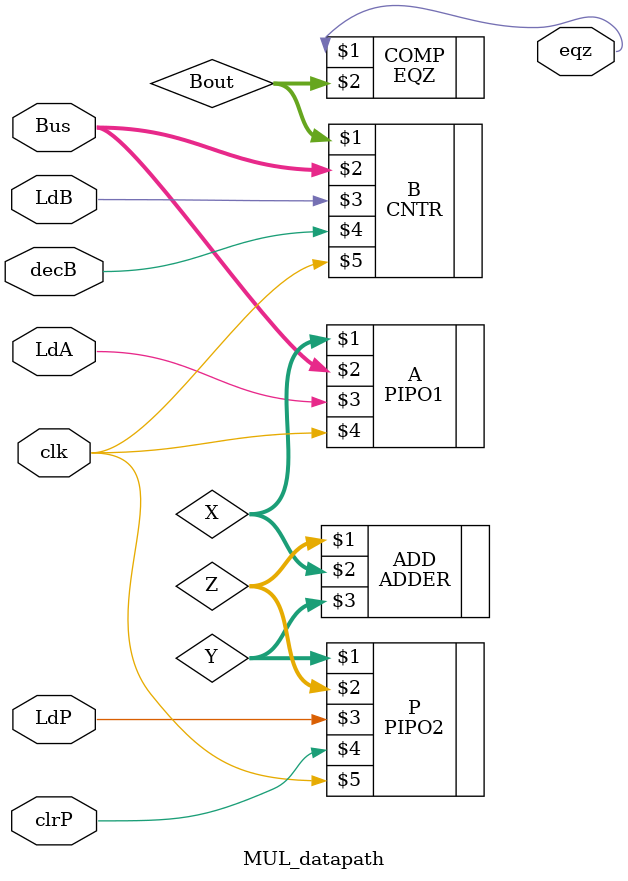
<source format=v>
module MUL_datapath(
  input LdA,
  input LdB,
  input LdP,
  input clrP,
  input decB,
  input clk,
  input [15:0] Bus,
  output eqz
);

  wire [15:0] X; wire [15:0] Y; wire [15:0] Z; wire [15:0] Bout;
  
  PIPO1 A (X, Bus, LdA, clk);
  PIPO2 P (Y, Z, LdP, clrP, clk);
  CNTR B (Bout, Bus, LdB, decB, clk);
  ADDER ADD (Z, X, Y);
  EQZ COMP (eqz, Bout);
  
endmodule
</source>
